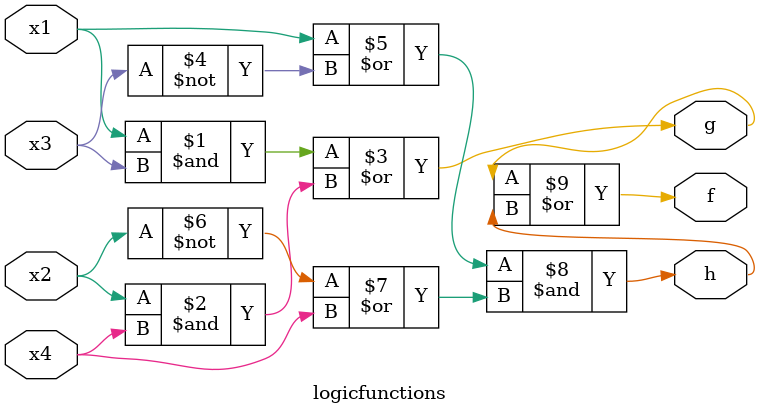
<source format=v>
module logicfunctions (
  input wire x1, x2, x3, x4,
  output wire g, h, f
);

  assign g = x1 & x3 | x2 & x4;
  assign h = (x1 | ~x3) & (~x2 | x4);
  assign f = g | h;
endmodule



</source>
